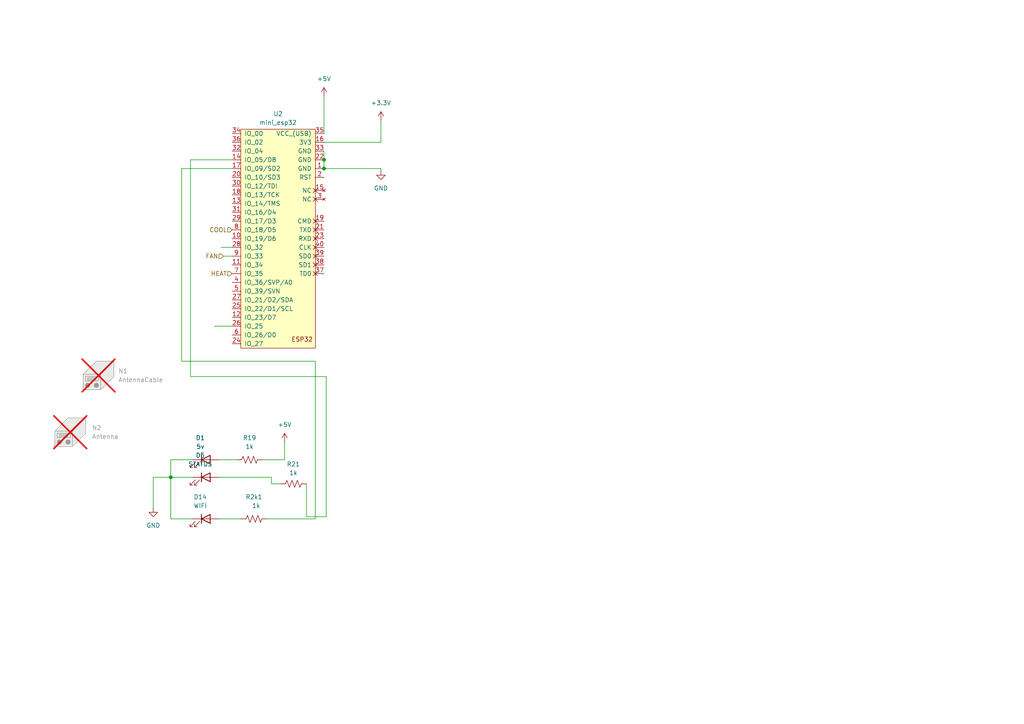
<source format=kicad_sch>
(kicad_sch (version 20231120) (generator "eeschema") (generator_version "8.0")
  (paper "A4")
  (lib_symbols
    (symbol "Device:LED" (pin_numbers hide) (pin_names (offset 1.016) hide)
      (property "Reference" "D" (at 0 2.54 0))
      (property "Value" "LED" (at 0 -2.54 0))
      (symbol "LED_0_1"
        (polyline (pts (xy -1.27 -1.27) (xy -1.27 1.27)) (stroke (width 0.254)))
        (polyline (pts (xy -1.27 0) (xy 1.27 0)))
        (polyline (pts (xy 1.27 -1.27) (xy 1.27 1.27) (xy -1.27 0) (xy 1.27 -1.27)) (stroke (width 0.254)))
        (polyline (pts (xy -3.048 -0.762) (xy -4.572 -2.286) (xy -3.81 -2.286) (xy -4.572 -2.286) (xy -4.572 -1.524)))
        (polyline (pts (xy -1.778 -0.762) (xy -3.302 -2.286) (xy -2.54 -2.286) (xy -3.302 -2.286) (xy -3.302 -1.524)))
      )
      (symbol "LED_1_1"
        (pin passive line (at -3.81 0 0) (length 2.54) (name "K") (number "1"))
        (pin passive line (at 3.81 0 180) (length 2.54) (name "A") (number "2"))
      )
    )
    (symbol "Device:R_US" (pin_numbers hide) (pin_names (offset 0))
      (property "Reference" "R" (at 2.54 0 90))
      (property "Value" "R_US" (at -2.54 0 90))
      (symbol "R_US_0_1"
        (polyline (pts (xy 0 -2.286) (xy 0 -2.54)))
        (polyline (pts (xy 0 2.286) (xy 0 2.54)))
        (polyline (pts (xy 0 -0.762) (xy 1.016 -1.143) (xy 0 -1.524) (xy -1.016 -1.905) (xy 0 -2.286)))
        (polyline (pts (xy 0 0.762) (xy 1.016 0.381) (xy 0 0) (xy -1.016 -0.381) (xy 0 -0.762)))
        (polyline (pts (xy 0 2.286) (xy 1.016 1.905) (xy 0 1.524) (xy -1.016 1.143) (xy 0 0.762)))
      )
      (symbol "R_US_1_1"
        (pin passive line (at 0 3.81 270) (length 1.27) (name "~") (number "1"))
        (pin passive line (at 0 -3.81 90) (length 1.27) (name "~") (number "2"))
      )
    )
    (symbol "ESP32_mini:mini_esp32" (pin_names (offset 1.016))
      (property "Reference" "U" (at -7.62 -50.8 0))
      (property "Value" "mini_esp32" (at 5.08 -59.69 0))
      (symbol "mini_esp32_0_0"
        (text "ESP32" (at 7.62 -62.23 0) (effects (font (size 1.27 1.27))))
        (pin power_in line (at 13.97 -12.7 180) (length 2.54) (name "GND") (number "1"))
        (pin input line (at 13.97 -15.24 180) (length 2.54) (name "RST") (number "2"))
        (pin no_connect non_logic (at 13.97 -21.59 180) (length 2.54) (name "NC") (number "3"))
        (pin bidirectional line (at -12.7 -45.72 0) (length 2.54) (name "IO_36/SVP/A0") (number "4"))
        (pin bidirectional line (at -12.7 -48.26 0) (length 2.54) (name "IO_39/SVN") (number "5"))
      )
      (symbol "mini_esp32_0_1"
        (rectangle (start -10.16 -1.27) (end 11.43 -64.77) (fill (type background)))
      )
      (symbol "mini_esp32_1_1"
        (pin bidirectional line (at -12.7 -33.02 0) (length 2.54) (name "IO_19/D6") (number "10"))
        (pin bidirectional line (at -12.7 -40.64 0) (length 2.54) (name "IO_34") (number "11"))
        (pin bidirectional line (at -12.7 -55.88 0) (length 2.54) (name "IO_23/D7") (number "12"))
        (pin bidirectional line (at -12.7 -22.86 0) (length 2.54) (name "IO_14/TMS") (number "13"))
        (pin bidirectional line (at -12.7 -10.16 0) (length 2.54) (name "IO_05/D8") (number "14"))
        (pin no_connect non_logic (at 13.97 -19.05 180) (length 2.54) (name "NC") (number "15"))
        (pin power_in line (at 13.97 -5.08 180) (length 2.54) (name "3V3") (number "16"))
        (pin bidirectional line (at -12.7 -12.7 0) (length 2.54) (name "IO_09/SD2") (number "17"))
        (pin bidirectional line (at -12.7 -20.32 0) (length 2.54) (name "IO_13/TCK") (number "18"))
        (pin passive non_logic (at 13.97 -27.94 180) (length 2.54) (name "CMD") (number "19"))
        (pin bidirectional line (at -12.7 -15.24 0) (length 2.54) (name "IO_10/SD3") (number "20"))
        (pin passive non_logic (at 13.97 -30.48 180) (length 2.54) (name "TXD") (number "21"))
        (pin power_in line (at 13.97 -10.16 180) (length 2.54) (name "GND") (number "22"))
        (pin passive non_logic (at 13.97 -33.02 180) (length 2.54) (name "RXD") (number "23"))
        (pin bidirectional line (at -12.7 -63.5 0) (length 2.54) (name "IO_27") (number "24"))
        (pin bidirectional line (at -12.7 -53.34 0) (length 2.54) (name "IO_22/D1/SCL") (number "25"))
        (pin bidirectional line (at -12.7 -58.42 0) (length 2.54) (name "IO_25") (number "26"))
        (pin bidirectional line (at -12.7 -50.8 0) (length 2.54) (name "IO_21/D2/SDA") (number "27"))
        (pin bidirectional line (at -12.7 -35.56 0) (length 2.54) (name "IO_32") (number "28"))
        (pin bidirectional line (at -12.7 -27.94 0) (length 2.54) (name "IO_17/D3") (number "29"))
        (pin bidirectional line (at -12.7 -17.78 0) (length 2.54) (name "IO_12/TDI") (number "30"))
        (pin bidirectional line (at -12.7 -25.4 0) (length 2.54) (name "IO_16/D4") (number "31"))
        (pin bidirectional line (at -12.7 -7.62 0) (length 2.54) (name "IO_04") (number "32"))
        (pin power_in line (at 13.97 -7.62 180) (length 2.54) (name "GND") (number "33"))
        (pin bidirectional line (at -12.7 -2.54 0) (length 2.54) (name "IO_00") (number "34"))
        (pin power_in line (at 13.97 -2.54 180) (length 2.54) (name "VCC_(USB)") (number "35"))
        (pin bidirectional line (at -12.7 -5.08 0) (length 2.54) (name "IO_02") (number "36"))
        (pin passive non_logic (at 13.97 -43.18 180) (length 2.54) (name "TD0") (number "37"))
        (pin passive non_logic (at 13.97 -40.64 180) (length 2.54) (name "SD1") (number "38"))
        (pin passive non_logic (at 13.97 -38.1 180) (length 2.54) (name "SD0") (number "39"))
        (pin passive non_logic (at 13.97 -35.56 180) (length 2.54) (name "CLK") (number "40"))
        (pin bidirectional line (at -12.7 -60.96 0) (length 2.54) (name "IO_26/D0") (number "6"))
        (pin bidirectional line (at -12.7 -43.18 0) (length 2.54) (name "IO_35") (number "7"))
        (pin bidirectional line (at -12.7 -30.48 0) (length 2.54) (name "IO_18/D5") (number "8"))
        (pin bidirectional line (at -12.7 -38.1 0) (length 2.54) (name "IO_33") (number "9"))
      )
    )
    (symbol "Mechanical:Housing_Pad" (pin_numbers hide) (pin_names (offset 1.016) hide)
      (property "Reference" "N" (at 4.445 0 0))
      (property "Value" "Housing_Pad" (at 4.445 -1.905 0))
      (symbol "Housing_Pad_0_1"
        (rectangle (start -4.445 -0.635) (end -0.635 -1.905))
        (circle (center -3.81 -3.175) (radius 0.635) (fill (type outline)))
        (circle (center -1.27 -3.175) (radius 0.635) (fill (type outline)))
        (polyline (pts (xy -3.8862 -1.5748) (xy -3.8354 -1.3716)))
        (polyline (pts (xy -3.7846 -1.6764) (xy -3.429 -1.6764)))
        (polyline (pts (xy -3.7846 -1.2192) (xy -3.7338 -0.9652)))
        (polyline (pts (xy -3.683 -1.3208) (xy -3.3782 -1.3208)))
        (polyline (pts (xy -3.5814 -0.9144) (xy -3.2766 -0.9144)))
        (polyline (pts (xy -3.2766 -1.6256) (xy -3.2258 -1.3716)))
        (polyline (pts (xy -3.175 -1.2192) (xy -3.1242 -0.9652)))
        (polyline (pts (xy -2.9718 -1.5748) (xy -2.921 -1.3716)))
        (polyline (pts (xy -2.8702 -1.6764) (xy -2.5146 -1.6764)))
        (polyline (pts (xy -2.8702 -1.2192) (xy -2.8194 -0.9652)))
        (polyline (pts (xy -2.7686 -1.3208) (xy -2.4638 -1.3208)))
        (polyline (pts (xy -2.667 -0.9144) (xy -2.3622 -0.9144)))
        (polyline (pts (xy -2.3622 -1.6256) (xy -2.3114 -1.3716)))
        (polyline (pts (xy -2.2606 -1.2192) (xy -2.2098 -0.9652)))
        (polyline (pts (xy -2.0574 -1.5748) (xy -2.0066 -1.3716)))
        (polyline (pts (xy -1.9558 -1.6764) (xy -1.6002 -1.6764)))
        (polyline (pts (xy -1.9558 -1.2192) (xy -1.905 -0.9652)))
        (polyline (pts (xy -1.8542 -1.3208) (xy -1.5494 -1.3208)))
        (polyline (pts (xy -1.7526 -0.9144) (xy -1.4478 -0.9144)))
        (polyline (pts (xy -1.4478 -1.6256) (xy -1.397 -1.3716)))
        (polyline (pts (xy -1.3462 -1.2192) (xy -1.2954 -0.9652)))
        (polyline (pts (xy 0 0) (xy 0 -4.445)))
        (polyline (pts (xy -5.08 0) (xy 0 0) (xy 3.81 3.81)))
        (polyline (pts (xy -5.08 0) (xy -5.08 -4.445) (xy 0 -4.445) (xy 3.81 -0.635) (xy 3.81 3.81) (xy -1.27 3.81) (xy -5.08 0)) (fill (type background)))
      )
      (symbol "Housing_Pad_1_1"
        (pin input line (at -5.08 -5.08 90) (length 2.54) (name "PAD") (number "1"))
      )
    )
    (symbol "power:+3.3V" (power) (pin_names (offset 0))
      (property "Value" "+3.3V" (at 0 3.556 0))
      (symbol "+3.3V_0_1"
        (polyline (pts (xy -0.762 1.27) (xy 0 2.54)))
        (polyline (pts (xy 0 0) (xy 0 2.54)))
        (polyline (pts (xy 0 2.54) (xy 0.762 1.27)))
      )
      (symbol "+3.3V_1_1"
        (pin power_in line (at 0 0 90) (length 0) hide (name "+3.3V") (number "1"))
      )
    )
    (symbol "power:+5V" (power) (pin_names (offset 0))
      (property "Value" "+5V" (at 0 3.556 0))
      (symbol "+5V_0_1"
        (polyline (pts (xy -0.762 1.27) (xy 0 2.54)))
        (polyline (pts (xy 0 0) (xy 0 2.54)))
        (polyline (pts (xy 0 2.54) (xy 0.762 1.27)))
      )
      (symbol "+5V_1_1"
        (pin power_in line (at 0 0 90) (length 0) hide (name "+5V") (number "1"))
      )
    )
    (symbol "power:GND" (power) (pin_names (offset 0))
      (property "Value" "GND" (at 0 -3.81 0))
      (symbol "GND_0_1"
        (polyline (pts (xy 0 0) (xy 0 -1.27) (xy 1.27 -1.27) (xy 0 -2.54) (xy -1.27 -1.27) (xy 0 -1.27)))
      )
      (symbol "GND_1_1"
        (pin power_in line (at 0 0 270) (length 0) hide (name "GND") (number "1"))
      )
    )
  )
  (junction (at 93.98 46.355))
  (junction (at 49.53 138.43))
  (junction (at 93.98 48.895))
  (wire (pts (xy 49.53 133.35) (xy 49.53 138.43)))
  (wire (pts (xy 94.615 109.22) (xy 55.245 109.22)))
  (wire (pts (xy 93.98 41.275) (xy 110.49 41.275)))
  (wire (pts (xy 91.44 104.775) (xy 91.44 150.495)))
  (wire (pts (xy 82.55 133.35) (xy 82.55 128.27)))
  (wire (pts (xy 49.53 138.43) (xy 55.88 138.43)))
  (wire (pts (xy 91.44 150.495) (xy 77.47 150.495)))
  (wire (pts (xy 110.49 48.895) (xy 110.49 49.53)))
  (wire (pts (xy 44.45 138.43) (xy 44.45 147.32)))
  (wire (pts (xy 88.9 140.335) (xy 88.9 149.86)))
  (wire (pts (xy 64.77 74.295) (xy 67.31 74.295)))
  (wire (pts (xy 63.5 150.495) (xy 69.85 150.495)))
  (wire (pts (xy 63.5 133.35) (xy 68.58 133.35)))
  (wire (pts (xy 55.88 133.35) (xy 49.53 133.35)))
  (wire (pts (xy 64.135 71.755) (xy 67.31 71.755)))
  (wire (pts (xy 62.23 94.615) (xy 67.31 94.615)))
  (wire (pts (xy 94.615 109.22) (xy 94.615 149.86)))
  (wire (pts (xy 52.705 48.895) (xy 67.31 48.895)))
  (wire (pts (xy 110.49 48.895) (xy 93.98 48.895)))
  (wire (pts (xy 93.98 43.815) (xy 93.98 46.355)))
  (wire (pts (xy 91.44 104.775) (xy 52.705 104.775)))
  (wire (pts (xy 49.53 150.495) (xy 49.53 138.43)))
  (wire (pts (xy 78.74 140.335) (xy 81.28 140.335)))
  (wire (pts (xy 93.98 27.94) (xy 93.98 38.735)))
  (wire (pts (xy 52.705 104.775) (xy 52.705 48.895)))
  (wire (pts (xy 44.45 138.43) (xy 49.53 138.43)))
  (wire (pts (xy 93.98 46.355) (xy 93.98 48.895)))
  (wire (pts (xy 78.74 140.335) (xy 78.74 138.43)))
  (wire (pts (xy 55.88 150.495) (xy 49.53 150.495)))
  (wire (pts (xy 55.245 46.355) (xy 67.31 46.355)))
  (wire (pts (xy 76.2 133.35) (xy 82.55 133.35)))
  (wire (pts (xy 88.9 149.86) (xy 94.615 149.86)))
  (wire (pts (xy 55.245 109.22) (xy 55.245 46.355)))
  (wire (pts (xy 110.49 41.275) (xy 110.49 34.925)))
  (wire (pts (xy 78.74 138.43) (xy 63.5 138.43)))
  (hierarchical_label "HEAT" (shape input) (at 67.31 79.375 180))
  (hierarchical_label "FAN" (shape input) (at 64.77 74.295 180))
  (hierarchical_label "COOL" (shape input) (at 67.31 66.675 180))
  (symbol (lib_id "ESP32_mini:mini_esp32") (at 80.01 36.195 0) (unit 1)
    (property "Reference" "U2" (at 80.645 33.02 0))
    (property "Value" "mini_esp32" (at 80.645 35.56 0))
    (property "Footprint" "ESP32_mini:ESP32_lotlin_mini" (effects (hide yes)))
  )
  (symbol (lib_id "Device:LED") (at 59.69 138.43 0) (unit 1)
    (property "Reference" "D5" (at 58.1025 132.08 0))
    (property "Value" "STATUS" (at 58.1025 134.62 0))
    (property "Footprint" "LED_SMD:LED_0603_1608Metric_Pad1.05x0.95mm_HandSolder" (effects (hide yes)))
    (property "Datasheet" "https://datasheet.lcsc.com/lcsc/2009091206_HONGLITRONIC-Hongli-Zhihui--HONGLITRONIC-HL-PSC-2012S35FC_C497954.pdf" (effects (hide yes)))
    (property "Description" "RED" (effects (hide yes)))
    (property "LCSC URL" "https://www.lcsc.com/product-detail/Light-Emitting-Diodes-span-style-background-color-ff0-LED-span_HONGLITRONIC-Hongli-Zhihui-HONGLITRONIC-HL-PSC-2012S35FC_C497954.html" (effects (hide yes)))
    (property "LCSC PN" "C72038" (effects (hide yes)))
    (property "MPN" "C72038" (effects (hide yes)))
  )
  (symbol (lib_id "Device:LED") (at 59.69 133.35 0) (unit 1)
    (property "Reference" "D1" (at 58.1025 127 0))
    (property "Value" "5v" (at 58.1025 129.54 0))
    (property "Footprint" "LED_SMD:LED_0603_1608Metric_Pad1.05x0.95mm_HandSolder" (effects (hide yes)))
    (property "Description" "GREEN" (effects (hide yes)))
    (property "LCSC PN" "C2286" (effects (hide yes)))
    (property "MPN" "C2286" (effects (hide yes)))
  )
  (symbol (lib_id "Device:LED") (at 59.69 150.495 0) (unit 1)
    (property "Reference" "D14" (at 58.1025 144.145 0))
    (property "Value" "WIFI" (at 58.1025 146.685 0))
    (property "Footprint" "LED_SMD:LED_0603_1608Metric_Pad1.05x0.95mm_HandSolder" (effects (hide yes)))
    (property "Datasheet" "  20mA 220mcd 无色透明透镜 464nm~474nm -40℃~+85℃ Positive post Blue 140° 102mW 3.4V 0805 Light Emitting Diodes (LED) ROHS " (effects (hide yes)))
    (property "Description" "BLUE" (effects (hide yes)))
    (property "LCSC URL" "https://www.lcsc.com/product-detail/Light-Emitting-Diodes-span-style-background-color-ff0-LED-span_HONGLITRONIC-Hongli-Zhihui-HONGLITRONIC-HL-PSC-2012H203BC_C497961.html" (effects (hide yes)))
    (property "LCSC PN" "C72038" (effects (hide yes)))
    (property "MPN" "C72038" (effects (hide yes)))
  )
  (symbol (lib_id "Device:R_US") (at 73.66 150.495 90) (unit 1)
    (property "Reference" "R2k1" (at 73.66 144.145 90))
    (property "Value" "1k" (at 74.295 146.685 90))
    (property "Footprint" "Resistor_SMD:R_0603_1608Metric_Pad0.98x0.95mm_HandSolder" (effects (hide yes)))
    (property "LCSC PN" "C17415" (effects (hide yes)))
    (property "MPN" "C17415" (effects (hide yes)))
  )
  (symbol (lib_id "power:GND") (at 44.45 147.32 0) (unit 1)
    (property "Reference" "#PWR047" (effects (hide yes)))
    (property "Value" "GND" (at 44.45 152.4 0))
  )
  (symbol (lib_id "Device:R_US") (at 72.39 133.35 90) (unit 1)
    (property "Reference" "R19" (at 72.39 127 90))
    (property "Value" "1k" (at 72.39 129.54 90))
    (property "Footprint" "Resistor_SMD:R_0603_1608Metric_Pad0.98x0.95mm_HandSolder" (effects (hide yes)))
    (property "Datasheet" "https://datasheet.lcsc.com/lcsc/2206010200_UNI-ROYAL-Uniroyal-Elec-0805W8F499JT5E_C17720.pdf" (effects (hide yes)))
    (property "LCSC PN" "C17720" (effects (hide yes)))
    (property "LCSC URL" "https://www.lcsc.com/product-detail/Chip-Resistor-Surface-Mount_UNI-ROYAL-Uniroyal-Elec-0805W8F499JT5E_C17720.html" (effects (hide yes)))
    (property "MPN" "C17720" (effects (hide yes)))
  )
  (symbol (lib_id "power:+5V") (at 93.98 27.94 0) (unit 1)
    (property "Reference" "#PWR017" (effects (hide yes)))
    (property "Value" "+5V" (at 93.98 22.86 0))
    (property "Description" "Power symbol creates a global label with name \"+5V\"" (effects (hide yes)))
  )
  (symbol (lib_id "power:GND") (at 110.49 49.53 0) (unit 1)
    (property "Reference" "#PWR016" (effects (hide yes)))
    (property "Value" "GND" (at 110.49 54.61 0))
  )
  (symbol (lib_id "power:+3.3V") (at 82.55 128.27 0) (unit 1)
    (property "Reference" "#PWR046" (effects (hide yes)))
    (property "Value" "+5V" (at 82.55 123.19 0))
  )
  (symbol (lib_id "Device:R_US") (at 85.09 140.335 90) (unit 1)
    (property "Reference" "R21" (at 85.09 134.62 90))
    (property "Value" "1k" (at 85.09 137.16 90))
    (property "Footprint" "Resistor_SMD:R_0603_1608Metric_Pad0.98x0.95mm_HandSolder" (effects (hide yes)))
    (property "LCSC PN" "C17720" (effects (hide yes)))
    (property "MPN" "C17720" (effects (hide yes)))
  )
  (symbol (lib_id "Mechanical:Housing_Pad") (at 29.21 108.585 0) (unit 1) (in_bom no) (on_board no) (dnp yes)
    (property "Reference" "N1" (at 34.29 107.6324 0) (effects (justify left)))
    (property "Value" "AntennaCable" (at 34.29 110.1724 0) (effects (justify left)))
    (property "Datasheet" "https://datasheet.lcsc.com/lcsc/2009180306_BAT-WIRELESS-BWIPX1-SMA-1-13L100_C784403.pdf" (effects (hide yes)))
    (property "Description" "BWIPX1-SMA-1.13L100" (effects (hide yes)))
    (property "LCSC URL" "https://www.lcsc.com/product-detail/Radio-Frequency-span-style-background-color-ff0-Cable-span_BAT-WIRELESS-BWIPX1-SMA-1-13L100_C784403.html" (effects (hide yes)))
    (property "LCSC PN" "C784403" (effects (hide yes)))
    (property "MPN" "C784403" (effects (hide yes)))
  )
  (symbol (lib_id "Mechanical:Housing_Pad") (at 21.0133 125.0385 0) (unit 1) (in_bom no) (on_board no) (dnp yes)
    (property "Reference" "N2" (at 26.67 124.0859 0) (effects (justify left)))
    (property "Value" "Antenna" (at 26.67 126.6259 0) (effects (justify left)))
    (property "Description" "Antenna" (effects (hide yes)))
    (property "LCSC URL" "https://www.lcsc.com/product-detail/Antennas_HJ-Tech-3D0404BK02-003_C7191322.html" (effects (hide yes)))
    (property "LCSC PN" "C7191322" (effects (hide yes)))
    (property "MPN" "C7191322" (effects (hide yes)))
  )
  (symbol (lib_id "power:+3.3V") (at 110.49 34.925 0) (unit 1)
    (property "Reference" "#PWR030" (effects (hide yes)))
    (property "Value" "+3.3V" (at 110.49 29.845 0))
  )
)
</source>
